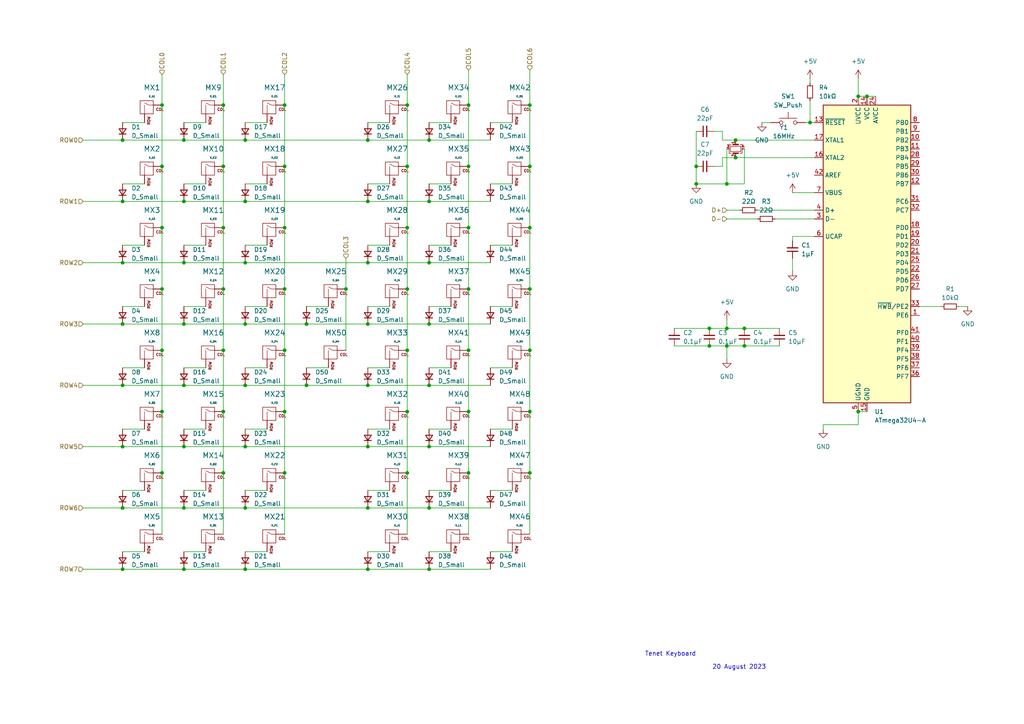
<source format=kicad_sch>
(kicad_sch (version 20230121) (generator eeschema)
  (paper "A4")
  (lib_symbols
    (symbol "Device:C_Small" (pin_numbers hide) (pin_names (offset 0.254) hide)
      (property "Reference" "C" (at 0.254 1.778 0))
      (property "Value" "C_Small" (at 0.254 -2.032 0))
      (symbol "C_Small_0_1"
        (polyline (pts (xy -1.524 -0.508) (xy 1.524 -0.508)) (stroke (width 0.3302)))
        (polyline (pts (xy -1.524 0.508) (xy 1.524 0.508)) (stroke (width 0.3048)))
      )
      (symbol "C_Small_1_1"
        (pin passive line (at 0 2.54 270) (length 2.032) (name "~") (number "1"))
        (pin passive line (at 0 -2.54 90) (length 2.032) (name "~") (number "2"))
      )
    )
    (symbol "Device:Crystal_GND24_Small" (pin_names (offset 1.016) hide)
      (property "Reference" "Y" (at 1.27 4.445 0))
      (property "Value" "Crystal_GND24_Small" (at 1.27 2.54 0))
      (symbol "Crystal_GND24_Small_0_1"
        (rectangle (start -0.762 -1.524) (end 0.762 1.524))
        (polyline (pts (xy -1.27 -0.762) (xy -1.27 0.762)) (stroke (width 0.381)))
        (polyline (pts (xy 1.27 -0.762) (xy 1.27 0.762)) (stroke (width 0.381)))
        (polyline (pts (xy -1.27 -1.27) (xy -1.27 -1.905) (xy 1.27 -1.905) (xy 1.27 -1.27)))
        (polyline (pts (xy -1.27 1.27) (xy -1.27 1.905) (xy 1.27 1.905) (xy 1.27 1.27)))
      )
      (symbol "Crystal_GND24_Small_1_1"
        (pin passive line (at -2.54 0 0) (length 1.27) (name "1") (number "1"))
        (pin passive line (at 0 -2.54 90) (length 0.635) (name "2") (number "2"))
        (pin passive line (at 2.54 0 180) (length 1.27) (name "3") (number "3"))
        (pin passive line (at 0 2.54 270) (length 0.635) (name "4") (number "4"))
      )
    )
    (symbol "Device:D_Small" (pin_numbers hide) (pin_names (offset 0.254) hide)
      (property "Reference" "D" (at -1.27 2.032 0))
      (property "Value" "D_Small" (at -3.81 -2.032 0))
      (symbol "D_Small_0_1"
        (polyline (pts (xy -0.762 -1.016) (xy -0.762 1.016)) (stroke (width 0.254)))
        (polyline (pts (xy -0.762 0) (xy 0.762 0)))
        (polyline (pts (xy 0.762 -1.016) (xy -0.762 0) (xy 0.762 1.016) (xy 0.762 -1.016)) (stroke (width 0.254)))
      )
      (symbol "D_Small_1_1"
        (pin passive line (at -2.54 0 0) (length 1.778) (name "K") (number "1"))
        (pin passive line (at 2.54 0 180) (length 1.778) (name "A") (number "2"))
      )
    )
    (symbol "Device:R_Small" (pin_numbers hide) (pin_names (offset 0.254) hide)
      (property "Reference" "R" (at 0.762 0.508 0))
      (property "Value" "R_Small" (at 0.762 -1.016 0))
      (symbol "R_Small_0_1"
        (rectangle (start -0.762 1.778) (end 0.762 -1.778) (stroke (width 0.2032)))
      )
      (symbol "R_Small_1_1"
        (pin passive line (at 0 2.54 270) (length 0.762) (name "~") (number "1"))
        (pin passive line (at 0 -2.54 90) (length 0.762) (name "~") (number "2"))
      )
    )
    (symbol "MCU_Microchip_ATmega:ATmega32U4-A"
      (property "Reference" "U" (at -12.7 44.45 0))
      (property "Value" "ATmega32U4-A" (at 2.54 -44.45 0))
      (symbol "ATmega32U4-A_0_1"
        (rectangle (start -12.7 -43.18) (end 12.7 43.18) (stroke (width 0.254)) (fill (type background)))
      )
      (symbol "ATmega32U4-A_1_1"
        (pin bidirectional line (at 15.24 -17.78 180) (length 2.54) (name "PE6") (number "1"))
        (pin bidirectional line (at 15.24 33.02 180) (length 2.54) (name "PB2") (number "10"))
        (pin bidirectional line (at 15.24 30.48 180) (length 2.54) (name "PB3") (number "11"))
        (pin bidirectional line (at 15.24 20.32 180) (length 2.54) (name "PB7") (number "12"))
        (pin input line (at -15.24 38.1 0) (length 2.54) (name "~{RESET}") (number "13"))
        (pin power_in line (at 0 45.72 270) (length 2.54) (name "VCC") (number "14"))
        (pin power_in line (at 0 -45.72 90) (length 2.54) (name "GND") (number "15"))
        (pin output line (at -15.24 27.94 0) (length 2.54) (name "XTAL2") (number "16"))
        (pin input line (at -15.24 33.02 0) (length 2.54) (name "XTAL1") (number "17"))
        (pin bidirectional line (at 15.24 7.62 180) (length 2.54) (name "PD0") (number "18"))
        (pin bidirectional line (at 15.24 5.08 180) (length 2.54) (name "PD1") (number "19"))
        (pin power_in line (at -2.54 45.72 270) (length 2.54) (name "UVCC") (number "2"))
        (pin bidirectional line (at 15.24 2.54 180) (length 2.54) (name "PD2") (number "20"))
        (pin bidirectional line (at 15.24 0 180) (length 2.54) (name "PD3") (number "21"))
        (pin bidirectional line (at 15.24 -5.08 180) (length 2.54) (name "PD5") (number "22"))
        (pin passive line (at 0 -45.72 90) (length 2.54) hide (name "GND") (number "23"))
        (pin power_in line (at 2.54 45.72 270) (length 2.54) (name "AVCC") (number "24"))
        (pin bidirectional line (at 15.24 -2.54 180) (length 2.54) (name "PD4") (number "25"))
        (pin bidirectional line (at 15.24 -7.62 180) (length 2.54) (name "PD6") (number "26"))
        (pin bidirectional line (at 15.24 -10.16 180) (length 2.54) (name "PD7") (number "27"))
        (pin bidirectional line (at 15.24 27.94 180) (length 2.54) (name "PB4") (number "28"))
        (pin bidirectional line (at 15.24 25.4 180) (length 2.54) (name "PB5") (number "29"))
        (pin bidirectional line (at -15.24 10.16 0) (length 2.54) (name "D-") (number "3"))
        (pin bidirectional line (at 15.24 22.86 180) (length 2.54) (name "PB6") (number "30"))
        (pin bidirectional line (at 15.24 15.24 180) (length 2.54) (name "PC6") (number "31"))
        (pin bidirectional line (at 15.24 12.7 180) (length 2.54) (name "PC7") (number "32"))
        (pin bidirectional line (at 15.24 -15.24 180) (length 2.54) (name "~{HWB}/PE2") (number "33"))
        (pin passive line (at 0 45.72 270) (length 2.54) hide (name "VCC") (number "34"))
        (pin passive line (at 0 -45.72 90) (length 2.54) hide (name "GND") (number "35"))
        (pin bidirectional line (at 15.24 -35.56 180) (length 2.54) (name "PF7") (number "36"))
        (pin bidirectional line (at 15.24 -33.02 180) (length 2.54) (name "PF6") (number "37"))
        (pin bidirectional line (at 15.24 -30.48 180) (length 2.54) (name "PF5") (number "38"))
        (pin bidirectional line (at 15.24 -27.94 180) (length 2.54) (name "PF4") (number "39"))
        (pin bidirectional line (at -15.24 12.7 0) (length 2.54) (name "D+") (number "4"))
        (pin bidirectional line (at 15.24 -25.4 180) (length 2.54) (name "PF1") (number "40"))
        (pin bidirectional line (at 15.24 -22.86 180) (length 2.54) (name "PF0") (number "41"))
        (pin passive line (at -15.24 22.86 0) (length 2.54) (name "AREF") (number "42"))
        (pin passive line (at 0 -45.72 90) (length 2.54) hide (name "GND") (number "43"))
        (pin passive line (at 2.54 45.72 270) (length 2.54) hide (name "AVCC") (number "44"))
        (pin passive line (at -2.54 -45.72 90) (length 2.54) (name "UGND") (number "5"))
        (pin passive line (at -15.24 5.08 0) (length 2.54) (name "UCAP") (number "6"))
        (pin input line (at -15.24 17.78 0) (length 2.54) (name "VBUS") (number "7"))
        (pin bidirectional line (at 15.24 38.1 180) (length 2.54) (name "PB0") (number "8"))
        (pin bidirectional line (at 15.24 35.56 180) (length 2.54) (name "PB1") (number "9"))
      )
    )
    (symbol "MX_Alps_Hybrid:MX-NoLED" (pin_names (offset 1.016))
      (property "Reference" "MX" (at -0.635 3.81 0))
      (property "Value" "MX-NoLED" (at -0.635 1.27 0))
      (symbol "MX-NoLED_0_0"
        (rectangle (start -2.54 2.54) (end 1.27 -1.27))
        (polyline (pts (xy -1.27 -1.27) (xy -1.27 1.27)) (stroke (width 0.127)))
        (polyline (pts (xy 1.27 1.27) (xy 0 1.27) (xy -1.27 1.905)) (stroke (width 0.127)))
        (text "COL" (at 3.175 0 0) (effects (font (size 0.762 0.762))))
        (text "ROW" (at 0 -1.905 900) (effects (font (size 0.762 0.762)) (justify right)))
      )
      (symbol "MX-NoLED_1_1"
        (pin passive line (at 3.81 1.27 180) (length 2.54) (name "COL") (number "1"))
        (pin passive line (at -1.27 -3.81 90) (length 2.54) (name "ROW") (number "2"))
      )
    )
    (symbol "Switch:SW_Push" (pin_numbers hide) (pin_names (offset 1.016) hide)
      (property "Reference" "SW" (at 1.27 2.54 0))
      (property "Value" "SW_Push" (at 0 -1.524 0))
      (symbol "SW_Push_0_1"
        (circle (center -2.032 0) (radius 0.508))
        (polyline (pts (xy 0 1.27) (xy 0 3.048)))
        (polyline (pts (xy 2.54 1.27) (xy -2.54 1.27)))
        (circle (center 2.032 0) (radius 0.508))
        (pin passive line (at -5.08 0 0) (length 2.54) (name "1") (number "1"))
        (pin passive line (at 5.08 0 180) (length 2.54) (name "2") (number "2"))
      )
    )
    (symbol "power:+5V" (power) (pin_names (offset 0))
      (property "Value" "+5V" (at 0 3.556 0))
      (symbol "+5V_0_1"
        (polyline (pts (xy -0.762 1.27) (xy 0 2.54)))
        (polyline (pts (xy 0 0) (xy 0 2.54)))
        (polyline (pts (xy 0 2.54) (xy 0.762 1.27)))
      )
      (symbol "+5V_1_1"
        (pin power_in line (at 0 0 90) (length 0) hide (name "+5V") (number "1"))
      )
    )
    (symbol "power:GND" (power) (pin_names (offset 0))
      (property "Value" "GND" (at 0 -3.81 0))
      (symbol "GND_0_1"
        (polyline (pts (xy 0 0) (xy 0 -1.27) (xy 1.27 -1.27) (xy 0 -2.54) (xy -1.27 -1.27) (xy 0 -1.27)))
      )
      (symbol "GND_1_1"
        (pin power_in line (at 0 0 270) (length 0) hide (name "GND") (number "1"))
      )
    )
  )
  (junction (at 135.89 119.38))
  (junction (at 106.68 147.32))
  (junction (at 35.56 165.1))
  (junction (at 82.55 48.26))
  (junction (at 35.56 93.98))
  (junction (at 124.46 111.76))
  (junction (at 135.89 137.16))
  (junction (at 215.9 100.33))
  (junction (at 35.56 147.32))
  (junction (at 88.9 111.76))
  (junction (at 153.67 101.6))
  (junction (at 118.11 119.38))
  (junction (at 53.34 40.64))
  (junction (at 135.89 66.04))
  (junction (at 153.67 119.38))
  (junction (at 64.77 48.26))
  (junction (at 118.11 83.82))
  (junction (at 106.68 40.64))
  (junction (at 118.11 30.48))
  (junction (at 106.68 111.76))
  (junction (at 82.55 66.04))
  (junction (at 106.68 76.2))
  (junction (at 248.92 27.94))
  (junction (at 201.93 48.26))
  (junction (at 213.36 45.72))
  (junction (at 64.77 101.6))
  (junction (at 210.82 100.33))
  (junction (at 205.74 100.33))
  (junction (at 234.95 35.56))
  (junction (at 46.99 119.38))
  (junction (at 153.67 83.82))
  (junction (at 35.56 129.54))
  (junction (at 135.89 101.6))
  (junction (at 71.12 58.42))
  (junction (at 210.82 95.25))
  (junction (at 64.77 137.16))
  (junction (at 71.12 129.54))
  (junction (at 46.99 101.6))
  (junction (at 71.12 93.98))
  (junction (at 71.12 165.1))
  (junction (at 210.82 53.34))
  (junction (at 82.55 30.48))
  (junction (at 124.46 40.64))
  (junction (at 82.55 83.82))
  (junction (at 64.77 119.38))
  (junction (at 35.56 111.76))
  (junction (at 118.11 137.16))
  (junction (at 53.34 58.42))
  (junction (at 153.67 66.04))
  (junction (at 46.99 48.26))
  (junction (at 124.46 129.54))
  (junction (at 82.55 119.38))
  (junction (at 35.56 40.64))
  (junction (at 118.11 101.6))
  (junction (at 248.92 119.38))
  (junction (at 215.9 95.25))
  (junction (at 46.99 137.16))
  (junction (at 71.12 147.32))
  (junction (at 135.89 48.26))
  (junction (at 106.68 58.42))
  (junction (at 106.68 129.54))
  (junction (at 35.56 58.42))
  (junction (at 153.67 48.26))
  (junction (at 251.46 27.94))
  (junction (at 124.46 165.1))
  (junction (at 88.9 93.98))
  (junction (at 213.36 40.64))
  (junction (at 53.34 129.54))
  (junction (at 106.68 93.98))
  (junction (at 53.34 76.2))
  (junction (at 124.46 147.32))
  (junction (at 82.55 101.6))
  (junction (at 53.34 93.98))
  (junction (at 205.74 95.25))
  (junction (at 118.11 48.26))
  (junction (at 64.77 83.82))
  (junction (at 106.68 165.1))
  (junction (at 71.12 111.76))
  (junction (at 71.12 40.64))
  (junction (at 71.12 76.2))
  (junction (at 53.34 165.1))
  (junction (at 53.34 147.32))
  (junction (at 124.46 76.2))
  (junction (at 153.67 30.48))
  (junction (at 153.67 137.16))
  (junction (at 201.93 53.34))
  (junction (at 46.99 83.82))
  (junction (at 118.11 66.04))
  (junction (at 46.99 66.04))
  (junction (at 135.89 83.82))
  (junction (at 53.34 111.76))
  (junction (at 82.55 137.16))
  (junction (at 46.99 30.48))
  (junction (at 124.46 93.98))
  (junction (at 35.56 76.2))
  (junction (at 64.77 66.04))
  (junction (at 64.77 30.48))
  (junction (at 100.33 83.82))
  (junction (at 135.89 30.48))
  (junction (at 124.46 58.42))
  (wire (pts (xy 229.87 55.88) (xy 236.22 55.88)))
  (wire (pts (xy 209.55 40.64) (xy 209.55 38.1)))
  (wire (pts (xy 124.46 142.24) (xy 130.81 142.24)))
  (wire (pts (xy 234.95 22.86) (xy 234.95 24.13)))
  (wire (pts (xy 118.11 48.26) (xy 118.11 66.04)))
  (wire (pts (xy 53.34 58.42) (xy 71.12 58.42)))
  (wire (pts (xy 124.46 35.56) (xy 130.81 35.56)))
  (wire (pts (xy 24.13 76.2) (xy 35.56 76.2)))
  (wire (pts (xy 53.34 124.46) (xy 59.69 124.46)))
  (wire (pts (xy 88.9 93.98) (xy 106.68 93.98)))
  (wire (pts (xy 106.68 88.9) (xy 113.03 88.9)))
  (wire (pts (xy 224.79 63.5) (xy 236.22 63.5)))
  (wire (pts (xy 71.12 111.76) (xy 88.9 111.76)))
  (wire (pts (xy 71.12 40.64) (xy 106.68 40.64)))
  (wire (pts (xy 64.77 83.82) (xy 64.77 101.6)))
  (wire (pts (xy 64.77 137.16) (xy 64.77 154.94)))
  (wire (pts (xy 100.33 74.93) (xy 100.33 83.82)))
  (wire (pts (xy 35.56 160.02) (xy 41.91 160.02)))
  (wire (pts (xy 88.9 88.9) (xy 95.25 88.9)))
  (wire (pts (xy 100.33 83.82) (xy 100.33 101.6)))
  (wire (pts (xy 106.68 106.68) (xy 113.03 106.68)))
  (wire (pts (xy 24.13 93.98) (xy 35.56 93.98)))
  (wire (pts (xy 82.55 119.38) (xy 82.55 137.16)))
  (wire (pts (xy 215.9 100.33) (xy 226.06 100.33)))
  (wire (pts (xy 142.24 35.56) (xy 148.59 35.56)))
  (wire (pts (xy 234.95 35.56) (xy 236.22 35.56)))
  (wire (pts (xy 118.11 21.59) (xy 118.11 30.48)))
  (wire (pts (xy 64.77 48.26) (xy 64.77 66.04)))
  (wire (pts (xy 213.36 45.72) (xy 209.55 45.72)))
  (wire (pts (xy 53.34 142.24) (xy 59.69 142.24)))
  (wire (pts (xy 106.68 40.64) (xy 124.46 40.64)))
  (wire (pts (xy 207.01 48.26) (xy 209.55 48.26)))
  (wire (pts (xy 118.11 30.48) (xy 118.11 48.26)))
  (wire (pts (xy 153.67 66.04) (xy 153.67 83.82)))
  (wire (pts (xy 153.67 137.16) (xy 153.67 154.94)))
  (wire (pts (xy 106.68 53.34) (xy 113.03 53.34)))
  (wire (pts (xy 124.46 111.76) (xy 142.24 111.76)))
  (wire (pts (xy 71.12 142.24) (xy 77.47 142.24)))
  (wire (pts (xy 195.58 95.25) (xy 205.74 95.25)))
  (wire (pts (xy 82.55 66.04) (xy 82.55 83.82)))
  (wire (pts (xy 213.36 40.64) (xy 209.55 40.64)))
  (wire (pts (xy 124.46 58.42) (xy 142.24 58.42)))
  (wire (pts (xy 215.9 43.18) (xy 215.9 53.34)))
  (wire (pts (xy 46.99 21.59) (xy 46.99 30.48)))
  (wire (pts (xy 35.56 35.56) (xy 41.91 35.56)))
  (wire (pts (xy 124.46 165.1) (xy 142.24 165.1)))
  (wire (pts (xy 35.56 40.64) (xy 53.34 40.64)))
  (wire (pts (xy 82.55 83.82) (xy 82.55 101.6)))
  (wire (pts (xy 124.46 106.68) (xy 130.81 106.68)))
  (wire (pts (xy 35.56 58.42) (xy 53.34 58.42)))
  (wire (pts (xy 35.56 71.12) (xy 41.91 71.12)))
  (wire (pts (xy 53.34 40.64) (xy 71.12 40.64)))
  (wire (pts (xy 106.68 35.56) (xy 113.03 35.56)))
  (wire (pts (xy 210.82 100.33) (xy 210.82 104.14)))
  (wire (pts (xy 106.68 124.46) (xy 113.03 124.46)))
  (wire (pts (xy 229.87 69.85) (xy 229.87 68.58)))
  (wire (pts (xy 142.24 88.9) (xy 148.59 88.9)))
  (wire (pts (xy 24.13 147.32) (xy 35.56 147.32)))
  (wire (pts (xy 82.55 154.94) (xy 82.55 137.16)))
  (wire (pts (xy 46.99 119.38) (xy 46.99 137.16)))
  (wire (pts (xy 71.12 71.12) (xy 77.47 71.12)))
  (wire (pts (xy 106.68 142.24) (xy 113.03 142.24)))
  (wire (pts (xy 35.56 106.68) (xy 41.91 106.68)))
  (wire (pts (xy 53.34 53.34) (xy 59.69 53.34)))
  (wire (pts (xy 219.71 60.96) (xy 236.22 60.96)))
  (wire (pts (xy 233.68 35.56) (xy 234.95 35.56)))
  (wire (pts (xy 64.77 119.38) (xy 64.77 137.16)))
  (wire (pts (xy 153.67 20.32) (xy 153.67 30.48)))
  (wire (pts (xy 195.58 100.33) (xy 205.74 100.33)))
  (wire (pts (xy 135.89 20.32) (xy 135.89 30.48)))
  (wire (pts (xy 248.92 123.19) (xy 248.92 119.38)))
  (wire (pts (xy 71.12 106.68) (xy 77.47 106.68)))
  (wire (pts (xy 142.24 71.12) (xy 148.59 71.12)))
  (wire (pts (xy 53.34 71.12) (xy 59.69 71.12)))
  (wire (pts (xy 106.68 129.54) (xy 124.46 129.54)))
  (wire (pts (xy 153.67 83.82) (xy 153.67 101.6)))
  (wire (pts (xy 106.68 147.32) (xy 124.46 147.32)))
  (wire (pts (xy 210.82 95.25) (xy 215.9 95.25)))
  (wire (pts (xy 71.12 53.34) (xy 77.47 53.34)))
  (wire (pts (xy 53.34 93.98) (xy 71.12 93.98)))
  (wire (pts (xy 106.68 76.2) (xy 124.46 76.2)))
  (wire (pts (xy 64.77 21.59) (xy 64.77 30.48)))
  (wire (pts (xy 248.92 27.94) (xy 251.46 27.94)))
  (wire (pts (xy 106.68 165.1) (xy 124.46 165.1)))
  (wire (pts (xy 106.68 93.98) (xy 124.46 93.98)))
  (wire (pts (xy 46.99 83.82) (xy 46.99 101.6)))
  (wire (pts (xy 153.67 48.26) (xy 153.67 66.04)))
  (wire (pts (xy 71.12 93.98) (xy 88.9 93.98)))
  (wire (pts (xy 46.99 137.16) (xy 46.99 154.94)))
  (wire (pts (xy 64.77 101.6) (xy 64.77 119.38)))
  (wire (pts (xy 266.7 88.9) (xy 273.05 88.9)))
  (wire (pts (xy 53.34 106.68) (xy 59.69 106.68)))
  (wire (pts (xy 278.13 88.9) (xy 280.67 88.9)))
  (wire (pts (xy 35.56 53.34) (xy 41.91 53.34)))
  (wire (pts (xy 118.11 119.38) (xy 118.11 137.16)))
  (wire (pts (xy 24.13 58.42) (xy 35.56 58.42)))
  (wire (pts (xy 229.87 74.93) (xy 229.87 78.74)))
  (wire (pts (xy 24.13 129.54) (xy 35.56 129.54)))
  (wire (pts (xy 53.34 111.76) (xy 71.12 111.76)))
  (wire (pts (xy 88.9 106.68) (xy 95.25 106.68)))
  (wire (pts (xy 64.77 30.48) (xy 64.77 48.26)))
  (wire (pts (xy 82.55 30.48) (xy 82.55 48.26)))
  (wire (pts (xy 135.89 66.04) (xy 135.89 83.82)))
  (wire (pts (xy 135.89 137.16) (xy 135.89 154.94)))
  (wire (pts (xy 210.82 63.5) (xy 219.71 63.5)))
  (wire (pts (xy 118.11 66.04) (xy 118.11 83.82)))
  (wire (pts (xy 142.24 142.24) (xy 148.59 142.24)))
  (wire (pts (xy 201.93 48.26) (xy 201.93 53.34)))
  (wire (pts (xy 142.24 160.02) (xy 148.59 160.02)))
  (wire (pts (xy 153.67 119.38) (xy 153.67 137.16)))
  (wire (pts (xy 24.13 40.64) (xy 35.56 40.64)))
  (wire (pts (xy 106.68 111.76) (xy 124.46 111.76)))
  (wire (pts (xy 210.82 60.96) (xy 214.63 60.96)))
  (wire (pts (xy 135.89 48.26) (xy 135.89 66.04)))
  (wire (pts (xy 35.56 76.2) (xy 53.34 76.2)))
  (wire (pts (xy 213.36 40.64) (xy 236.22 40.64)))
  (wire (pts (xy 213.36 45.72) (xy 236.22 45.72)))
  (wire (pts (xy 210.82 100.33) (xy 215.9 100.33)))
  (wire (pts (xy 229.87 68.58) (xy 236.22 68.58)))
  (wire (pts (xy 205.74 100.33) (xy 210.82 100.33)))
  (wire (pts (xy 124.46 76.2) (xy 142.24 76.2)))
  (wire (pts (xy 53.34 147.32) (xy 71.12 147.32)))
  (wire (pts (xy 234.95 29.21) (xy 234.95 35.56)))
  (wire (pts (xy 35.56 165.1) (xy 53.34 165.1)))
  (wire (pts (xy 53.34 35.56) (xy 59.69 35.56)))
  (wire (pts (xy 64.77 66.04) (xy 64.77 83.82)))
  (wire (pts (xy 35.56 142.24) (xy 41.91 142.24)))
  (wire (pts (xy 210.82 92.71) (xy 210.82 95.25)))
  (wire (pts (xy 124.46 160.02) (xy 130.81 160.02)))
  (wire (pts (xy 201.93 53.34) (xy 210.82 53.34)))
  (wire (pts (xy 124.46 124.46) (xy 130.81 124.46)))
  (wire (pts (xy 71.12 76.2) (xy 106.68 76.2)))
  (wire (pts (xy 135.89 30.48) (xy 135.89 48.26)))
  (wire (pts (xy 124.46 93.98) (xy 142.24 93.98)))
  (wire (pts (xy 71.12 88.9) (xy 77.47 88.9)))
  (wire (pts (xy 71.12 129.54) (xy 106.68 129.54)))
  (wire (pts (xy 53.34 88.9) (xy 59.69 88.9)))
  (wire (pts (xy 35.56 111.76) (xy 53.34 111.76)))
  (wire (pts (xy 53.34 160.02) (xy 59.69 160.02)))
  (wire (pts (xy 124.46 53.34) (xy 130.81 53.34)))
  (wire (pts (xy 124.46 88.9) (xy 130.81 88.9)))
  (wire (pts (xy 201.93 38.1) (xy 201.93 48.26)))
  (wire (pts (xy 53.34 165.1) (xy 71.12 165.1)))
  (wire (pts (xy 135.89 83.82) (xy 135.89 101.6)))
  (wire (pts (xy 24.13 111.76) (xy 35.56 111.76)))
  (wire (pts (xy 46.99 30.48) (xy 46.99 48.26)))
  (wire (pts (xy 251.46 27.94) (xy 254 27.94)))
  (wire (pts (xy 124.46 129.54) (xy 142.24 129.54)))
  (wire (pts (xy 124.46 40.64) (xy 142.24 40.64)))
  (wire (pts (xy 220.98 35.56) (xy 223.52 35.56)))
  (wire (pts (xy 46.99 66.04) (xy 46.99 83.82)))
  (wire (pts (xy 71.12 58.42) (xy 106.68 58.42)))
  (wire (pts (xy 53.34 129.54) (xy 71.12 129.54)))
  (wire (pts (xy 142.24 106.68) (xy 148.59 106.68)))
  (wire (pts (xy 82.55 48.26) (xy 82.55 66.04)))
  (wire (pts (xy 135.89 119.38) (xy 135.89 137.16)))
  (wire (pts (xy 248.92 119.38) (xy 251.46 119.38)))
  (wire (pts (xy 35.56 88.9) (xy 41.91 88.9)))
  (wire (pts (xy 46.99 101.6) (xy 46.99 119.38)))
  (wire (pts (xy 71.12 124.46) (xy 77.47 124.46)))
  (wire (pts (xy 124.46 71.12) (xy 130.81 71.12)))
  (wire (pts (xy 238.76 123.19) (xy 248.92 123.19)))
  (wire (pts (xy 106.68 71.12) (xy 113.03 71.12)))
  (wire (pts (xy 135.89 101.6) (xy 135.89 119.38)))
  (wire (pts (xy 106.68 160.02) (xy 113.03 160.02)))
  (wire (pts (xy 35.56 147.32) (xy 53.34 147.32)))
  (wire (pts (xy 71.12 147.32) (xy 106.68 147.32)))
  (wire (pts (xy 118.11 83.82) (xy 118.11 101.6)))
  (wire (pts (xy 124.46 147.32) (xy 142.24 147.32)))
  (wire (pts (xy 118.11 101.6) (xy 118.11 119.38)))
  (wire (pts (xy 35.56 129.54) (xy 53.34 129.54)))
  (wire (pts (xy 209.55 45.72) (xy 209.55 48.26)))
  (wire (pts (xy 248.92 22.86) (xy 248.92 27.94)))
  (wire (pts (xy 24.13 165.1) (xy 35.56 165.1)))
  (wire (pts (xy 205.74 95.25) (xy 210.82 95.25)))
  (wire (pts (xy 106.68 58.42) (xy 124.46 58.42)))
  (wire (pts (xy 238.76 123.19) (xy 238.76 124.46)))
  (wire (pts (xy 88.9 111.76) (xy 106.68 111.76)))
  (wire (pts (xy 153.67 30.48) (xy 153.67 48.26)))
  (wire (pts (xy 82.55 21.59) (xy 82.55 30.48)))
  (wire (pts (xy 207.01 38.1) (xy 209.55 38.1)))
  (wire (pts (xy 82.55 101.6) (xy 82.55 119.38)))
  (wire (pts (xy 153.67 101.6) (xy 153.67 119.38)))
  (wire (pts (xy 142.24 124.46) (xy 148.59 124.46)))
  (wire (pts (xy 215.9 95.25) (xy 226.06 95.25)))
  (wire (pts (xy 210.82 43.18) (xy 210.82 53.34)))
  (wire (pts (xy 35.56 93.98) (xy 53.34 93.98)))
  (wire (pts (xy 142.24 53.34) (xy 148.59 53.34)))
  (wire (pts (xy 46.99 48.26) (xy 46.99 66.04)))
  (wire (pts (xy 118.11 137.16) (xy 118.11 154.94)))
  (wire (pts (xy 71.12 35.56) (xy 77.47 35.56)))
  (wire (pts (xy 53.34 76.2) (xy 71.12 76.2)))
  (wire (pts (xy 35.56 124.46) (xy 41.91 124.46)))
  (wire (pts (xy 71.12 165.1) (xy 106.68 165.1)))
  (wire (pts (xy 210.82 53.34) (xy 215.9 53.34)))
  (wire (pts (xy 71.12 160.02) (xy 77.47 160.02)))
  (text "20 August 2023" (at 222.25 194.31 0) (effects (font (size 1.27 1.27)) (justify right bottom)))
  (text "Tenet Keyboard" (at 201.93 190.5 0) (effects (font (size 1.27 1.27)) (justify right bottom)))
  (hierarchical_label "COL3" (shape input) (at 100.33 74.93 90))
  (hierarchical_label "ROW4" (shape input) (at 24.13 111.76 180))
  (hierarchical_label "COL1" (shape input) (at 64.77 21.59 90))
  (hierarchical_label "D+" (shape input) (at 210.82 60.96 180))
  (hierarchical_label "ROW2" (shape input) (at 24.13 76.2 180))
  (hierarchical_label "COL6" (shape input) (at 153.67 20.32 90))
  (hierarchical_label "COL5" (shape input) (at 135.89 20.32 90))
  (hierarchical_label "ROW0" (shape input) (at 24.13 40.64 180))
  (hierarchical_label "ROW7" (shape input) (at 24.13 165.1 180))
  (hierarchical_label "ROW6" (shape input) (at 24.13 147.32 180))
  (hierarchical_label "COL2" (shape input) (at 82.55 21.59 90))
  (hierarchical_label "ROW5" (shape input) (at 24.13 129.54 180))
  (hierarchical_label "COL0" (shape input) (at 46.99 21.59 90))
  (hierarchical_label "ROW3" (shape input) (at 24.13 93.98 180))
  (hierarchical_label "ROW1" (shape input) (at 24.13 58.42 180))
  (hierarchical_label "D-" (shape input) (at 210.82 63.5 180))
  (hierarchical_label "COL4" (shape input) (at 118.11 21.59 90))
  (symbol (lib_id "MX_Alps_Hybrid:MX-NoLED") (at 132.08 67.31 0) (unit 1)
    (property "Reference" "MX36" (at 132.9752 60.96 0) (effects (font (size 1.524 1.524))))
    (property "Value" "K_K3" (at 132.9752 63.5 0) (effects (font (size 0.508 0.508))))
  )
  (symbol (lib_id "Device:Crystal_GND24_Small") (at 213.36 43.18 270) (unit 1)
    (property "Reference" "Y1" (at 227.33 36.9503 90))
    (property "Value" "16MHz" (at 227.33 39.4903 90))
  )
  (symbol (lib_id "Device:D_Small") (at 124.46 55.88 90) (unit 1)
    (property "Reference" "D35" (at 127 54.61 90) (effects (justify right)))
    (property "Value" "D_Small" (at 127 57.15 90) (effects (justify right)))
    (property "Sim.Device" "D" (effects hide))
    (property "Sim.Pins" "1=K 2=A" (effects hide))
  )
  (symbol (lib_id "MX_Alps_Hybrid:MX-NoLED") (at 43.18 156.21 0) (unit 1)
    (property "Reference" "MX5" (at 44.0752 149.86 0) (effects (font (size 1.524 1.524))))
    (property "Value" "K_B1" (at 44.0752 152.4 0) (effects (font (size 0.508 0.508))))
  )
  (symbol (lib_id "Device:D_Small") (at 124.46 109.22 90) (unit 1)
    (property "Reference" "D41" (at 127 107.95 90) (effects (justify right)))
    (property "Value" "D_Small" (at 127 110.49 90) (effects (justify right)))
    (property "Sim.Device" "D" (effects hide))
    (property "Sim.Pins" "1=K 2=A" (effects hide))
  )
  (symbol (lib_id "power:+5V") (at 210.82 92.71 0) (unit 1)
    (property "Reference" "#PWR05" (effects hide))
    (property "Value" "+5V" (at 210.82 87.63 0))
  )
  (symbol (lib_id "MX_Alps_Hybrid:MX-NoLED") (at 43.18 138.43 0) (unit 1)
    (property "Reference" "MX6" (at 44.0752 132.08 0) (effects (font (size 1.524 1.524))))
    (property "Value" "K_B2" (at 44.0752 134.62 0) (effects (font (size 0.508 0.508))))
  )
  (symbol (lib_id "power:GND") (at 229.87 78.74 0) (unit 1)
    (property "Reference" "#PWR04" (effects hide))
    (property "Value" "GND" (at 229.87 83.82 0))
  )
  (symbol (lib_id "Device:D_Small") (at 35.56 144.78 90) (unit 1)
    (property "Reference" "D6" (at 38.1 143.51 90) (effects (justify right)))
    (property "Value" "D_Small" (at 38.1 146.05 90) (effects (justify right)))
    (property "Sim.Device" "D" (effects hide))
    (property "Sim.Pins" "1=K 2=A" (effects hide))
  )
  (symbol (lib_id "Device:C_Small") (at 204.47 38.1 90) (unit 1)
    (property "Reference" "C6" (at 204.4763 31.75 90))
    (property "Value" "22pF" (at 204.4763 34.29 90))
  )
  (symbol (lib_id "Device:D_Small") (at 106.68 91.44 90) (unit 1)
    (property "Reference" "D29" (at 109.22 90.17 90) (effects (justify right)))
    (property "Value" "D_Small" (at 109.22 92.71 90) (effects (justify right)))
    (property "Sim.Device" "D" (effects hide))
    (property "Sim.Pins" "1=K 2=A" (effects hide))
  )
  (symbol (lib_id "MX_Alps_Hybrid:MX-NoLED") (at 60.96 31.75 0) (unit 1)
    (property "Reference" "MX9" (at 61.8552 25.4 0) (effects (font (size 1.524 1.524))))
    (property "Value" "K_C1" (at 61.8552 27.94 0) (effects (font (size 0.508 0.508))))
  )
  (symbol (lib_id "MX_Alps_Hybrid:MX-NoLED") (at 78.74 85.09 0) (unit 1)
    (property "Reference" "MX20" (at 79.6352 78.74 0) (effects (font (size 1.524 1.524))))
    (property "Value" "K_E4" (at 79.6352 81.28 0) (effects (font (size 0.508 0.508))))
  )
  (symbol (lib_id "MX_Alps_Hybrid:MX-NoLED") (at 149.86 156.21 0) (unit 1)
    (property "Reference" "MX46" (at 150.7552 149.86 0) (effects (font (size 1.524 1.524))))
    (property "Value" "K_N1" (at 150.7552 152.4 0) (effects (font (size 0.508 0.508))))
  )
  (symbol (lib_id "MX_Alps_Hybrid:MX-NoLED") (at 78.74 102.87 0) (unit 1)
    (property "Reference" "MX24" (at 79.6352 96.52 0) (effects (font (size 1.524 1.524))))
    (property "Value" "K_F4" (at 79.6352 99.06 0) (effects (font (size 0.508 0.508))))
  )
  (symbol (lib_id "Device:D_Small") (at 53.34 144.78 90) (unit 1)
    (property "Reference" "D14" (at 55.88 143.51 90) (effects (justify right)))
    (property "Value" "D_Small" (at 55.88 146.05 90) (effects (justify right)))
    (property "Sim.Device" "D" (effects hide))
    (property "Sim.Pins" "1=K 2=A" (effects hide))
  )
  (symbol (lib_id "MX_Alps_Hybrid:MX-NoLED") (at 78.74 156.21 0) (unit 1)
    (property "Reference" "MX21" (at 79.6352 149.86 0) (effects (font (size 1.524 1.524))))
    (property "Value" "K_F1" (at 79.6352 152.4 0) (effects (font (size 0.508 0.508))))
  )
  (symbol (lib_id "MX_Alps_Hybrid:MX-NoLED") (at 114.3 138.43 0) (unit 1)
    (property "Reference" "MX31" (at 115.1952 132.08 0) (effects (font (size 1.524 1.524))))
    (property "Value" "K_J2" (at 115.1952 134.62 0) (effects (font (size 0.508 0.508))))
  )
  (symbol (lib_id "Device:D_Small") (at 53.34 109.22 90) (unit 1)
    (property "Reference" "D16" (at 55.88 107.95 90) (effects (justify right)))
    (property "Value" "D_Small" (at 55.88 110.49 90) (effects (justify right)))
    (property "Sim.Device" "D" (effects hide))
    (property "Sim.Pins" "1=K 2=A" (effects hide))
  )
  (symbol (lib_id "MX_Alps_Hybrid:MX-NoLED") (at 114.3 49.53 0) (unit 1)
    (property "Reference" "MX27" (at 115.1952 43.18 0) (effects (font (size 1.524 1.524))))
    (property "Value" "K_I2" (at 115.1952 45.72 0) (effects (font (size 0.508 0.508))))
  )
  (symbol (lib_id "MX_Alps_Hybrid:MX-NoLED") (at 132.08 49.53 0) (unit 1)
    (property "Reference" "MX35" (at 132.9752 43.18 0) (effects (font (size 1.524 1.524))))
    (property "Value" "K_K2" (at 132.9752 45.72 0) (effects (font (size 0.508 0.508))))
  )
  (symbol (lib_id "Device:D_Small") (at 71.12 162.56 90) (unit 1)
    (property "Reference" "D21" (at 73.66 161.29 90) (effects (justify right)))
    (property "Value" "D_Small" (at 73.66 163.83 90) (effects (justify right)))
    (property "Sim.Device" "D" (effects hide))
    (property "Sim.Pins" "1=K 2=A" (effects hide))
  )
  (symbol (lib_id "Device:D_Small") (at 142.24 127 90) (unit 1)
    (property "Reference" "D48" (at 144.78 125.73 90) (effects (justify right)))
    (property "Value" "D_Small" (at 144.78 128.27 90) (effects (justify right)))
    (property "Sim.Device" "D" (effects hide))
    (property "Sim.Pins" "1=K 2=A" (effects hide))
  )
  (symbol (lib_id "MX_Alps_Hybrid:MX-NoLED") (at 149.86 49.53 0) (unit 1)
    (property "Reference" "MX43" (at 150.7552 43.18 0) (effects (font (size 1.524 1.524))))
    (property "Value" "K_M2" (at 150.7552 45.72 0) (effects (font (size 0.508 0.508))))
  )
  (symbol (lib_id "MX_Alps_Hybrid:MX-NoLED") (at 78.74 138.43 0) (unit 1)
    (property "Reference" "MX22" (at 79.6352 132.08 0) (effects (font (size 1.524 1.524))))
    (property "Value" "K_F2" (at 79.6352 134.62 0) (effects (font (size 0.508 0.508))))
  )
  (symbol (lib_id "Device:D_Small") (at 106.68 162.56 90) (unit 1)
    (property "Reference" "D30" (at 109.22 161.29 90) (effects (justify right)))
    (property "Value" "D_Small" (at 109.22 163.83 90) (effects (justify right)))
    (property "Sim.Device" "D" (effects hide))
    (property "Sim.Pins" "1=K 2=A" (effects hide))
  )
  (symbol (lib_id "Device:R_Small") (at 275.59 88.9 90) (unit 1)
    (property "Reference" "R1" (at 275.59 83.82 90))
    (property "Value" "10kΩ" (at 275.59 86.36 90))
  )
  (symbol (lib_id "Device:D_Small") (at 71.12 109.22 90) (unit 1)
    (property "Reference" "D24" (at 73.66 107.95 90) (effects (justify right)))
    (property "Value" "D_Small" (at 73.66 110.49 90) (effects (justify right)))
    (property "Sim.Device" "D" (effects hide))
    (property "Sim.Pins" "1=K 2=A" (effects hide))
  )
  (symbol (lib_id "MX_Alps_Hybrid:MX-NoLED") (at 60.96 102.87 0) (unit 1)
    (property "Reference" "MX16" (at 61.8552 96.52 0) (effects (font (size 1.524 1.524))))
    (property "Value" "K_D4" (at 61.8552 99.06 0) (effects (font (size 0.508 0.508))))
  )
  (symbol (lib_id "Device:D_Small") (at 106.68 73.66 90) (unit 1)
    (property "Reference" "D28" (at 109.22 72.39 90) (effects (justify right)))
    (property "Value" "D_Small" (at 109.22 74.93 90) (effects (justify right)))
    (property "Sim.Device" "D" (effects hide))
    (property "Sim.Pins" "1=K 2=A" (effects hide))
  )
  (symbol (lib_id "MX_Alps_Hybrid:MX-NoLED") (at 78.74 31.75 0) (unit 1)
    (property "Reference" "MX17" (at 79.6352 25.4 0) (effects (font (size 1.524 1.524))))
    (property "Value" "K_E1" (at 79.6352 27.94 0) (effects (font (size 0.508 0.508))))
  )
  (symbol (lib_id "power:GND") (at 220.98 35.56 0) (unit 1)
    (property "Reference" "#PWR09" (effects hide))
    (property "Value" "GND" (at 220.98 40.64 0))
  )
  (symbol (lib_id "MX_Alps_Hybrid:MX-NoLED") (at 60.96 85.09 0) (unit 1)
    (property "Reference" "MX12" (at 61.8552 78.74 0) (effects (font (size 1.524 1.524))))
    (property "Value" "K_C4" (at 61.8552 81.28 0) (effects (font (size 0.508 0.508))))
  )
  (symbol (lib_id "MX_Alps_Hybrid:MX-NoLED") (at 132.08 156.21 0) (unit 1)
    (property "Reference" "MX38" (at 132.9752 149.86 0) (effects (font (size 1.524 1.524))))
    (property "Value" "K_L1" (at 132.9752 152.4 0) (effects (font (size 0.508 0.508))))
  )
  (symbol (lib_id "Device:D_Small") (at 53.34 162.56 90) (unit 1)
    (property "Reference" "D13" (at 55.88 161.29 90) (effects (justify right)))
    (property "Value" "D_Small" (at 55.88 163.83 90) (effects (justify right)))
    (property "Sim.Device" "D" (effects hide))
    (property "Sim.Pins" "1=K 2=A" (effects hide))
  )
  (symbol (lib_id "Device:D_Small") (at 106.68 109.22 90) (unit 1)
    (property "Reference" "D33" (at 109.22 107.95 90) (effects (justify right)))
    (property "Value" "D_Small" (at 109.22 110.49 90) (effects (justify right)))
    (property "Sim.Device" "D" (effects hide))
    (property "Sim.Pins" "1=K 2=A" (effects hide))
  )
  (symbol (lib_id "Device:C_Small") (at 195.58 97.79 180) (unit 1)
    (property "Reference" "C2" (at 198.12 96.5136 0) (effects (justify right)))
    (property "Value" "0.1µF" (at 198.12 99.0536 0) (effects (justify right)))
  )
  (symbol (lib_id "power:+5V") (at 229.87 55.88 0) (unit 1)
    (property "Reference" "#PWR07" (effects hide))
    (property "Value" "+5V" (at 229.87 50.8 0))
  )
  (symbol (lib_id "MX_Alps_Hybrid:MX-NoLED") (at 78.74 49.53 0) (unit 1)
    (property "Reference" "MX18" (at 79.6352 43.18 0) (effects (font (size 1.524 1.524))))
    (property "Value" "K_E2" (at 79.6352 45.72 0) (effects (font (size 0.508 0.508))))
  )
  (symbol (lib_id "Device:C_Small") (at 229.87 72.39 180) (unit 1)
    (property "Reference" "C1" (at 232.41 71.1136 0) (effects (justify right)))
    (property "Value" "1µF" (at 232.41 73.6536 0) (effects (justify right)))
  )
  (symbol (lib_id "MX_Alps_Hybrid:MX-NoLED") (at 149.86 85.09 0) (unit 1)
    (property "Reference" "MX45" (at 150.7552 78.74 0) (effects (font (size 1.524 1.524))))
    (property "Value" "K_M4" (at 150.7552 81.28 0) (effects (font (size 0.508 0.508))))
  )
  (symbol (lib_id "Device:D_Small") (at 124.46 127 90) (unit 1)
    (property "Reference" "D40" (at 127 125.73 90) (effects (justify right)))
    (property "Value" "D_Small" (at 127 128.27 90) (effects (justify right)))
    (property "Sim.Device" "D" (effects hide))
    (property "Sim.Pins" "1=K 2=A" (effects hide))
  )
  (symbol (lib_id "MX_Alps_Hybrid:MX-NoLED") (at 149.86 120.65 0) (unit 1)
    (property "Reference" "MX48" (at 150.7552 114.3 0) (effects (font (size 1.524 1.524))))
    (property "Value" "K_N3" (at 150.7552 116.84 0) (effects (font (size 0.508 0.508))))
  )
  (symbol (lib_id "MX_Alps_Hybrid:MX-NoLED") (at 132.08 102.87 0) (unit 1)
    (property "Reference" "MX41" (at 132.9752 96.52 0) (effects (font (size 1.524 1.524))))
    (property "Value" "K_L4" (at 132.9752 99.06 0) (effects (font (size 0.508 0.508))))
  )
  (symbol (lib_id "Switch:SW_Push") (at 228.6 35.56 0) (unit 1)
    (property "Reference" "SW1" (at 228.6 27.94 0))
    (property "Value" "SW_Push" (at 228.6 30.48 0))
  )
  (symbol (lib_id "Device:R_Small") (at 234.95 26.67 0) (unit 1)
    (property "Reference" "R4" (at 237.49 25.4 0) (effects (justify left)))
    (property "Value" "10kΩ" (at 237.49 27.94 0) (effects (justify left)))
  )
  (symbol (lib_id "Device:D_Small") (at 106.68 127 90) (unit 1)
    (property "Reference" "D32" (at 109.22 125.73 90) (effects (justify right)))
    (property "Value" "D_Small" (at 109.22 128.27 90) (effects (justify right)))
    (property "Sim.Device" "D" (effects hide))
    (property "Sim.Pins" "1=K 2=A" (effects hide))
  )
  (symbol (lib_id "Device:C_Small") (at 226.06 97.79 180) (unit 1)
    (property "Reference" "C5" (at 228.6 96.5136 0) (effects (justify right)))
    (property "Value" "10µF" (at 228.6 99.0536 0) (effects (justify right)))
  )
  (symbol (lib_id "Device:D_Small") (at 142.24 144.78 90) (unit 1)
    (property "Reference" "D47" (at 144.78 143.51 90) (effects (justify right)))
    (property "Value" "D_Small" (at 144.78 146.05 90) (effects (justify right)))
    (property "Sim.Device" "D" (effects hide))
    (property "Sim.Pins" "1=K 2=A" (effects hide))
  )
  (symbol (lib_id "Device:D_Small") (at 35.56 127 90) (unit 1)
    (property "Reference" "D7" (at 38.1 125.73 90) (effects (justify right)))
    (property "Value" "D_Small" (at 38.1 128.27 90) (effects (justify right)))
    (property "Sim.Device" "D" (effects hide))
    (property "Sim.Pins" "1=K 2=A" (effects hide))
  )
  (symbol (lib_id "Device:D_Small") (at 106.68 38.1 90) (unit 1)
    (property "Reference" "D26" (at 109.22 36.83 90) (effects (justify right)))
    (property "Value" "D_Small" (at 109.22 39.37 90) (effects (justify right)))
    (property "Sim.Device" "D" (effects hide))
    (property "Sim.Pins" "1=K 2=A" (effects hide))
  )
  (symbol (lib_id "MX_Alps_Hybrid:MX-NoLED") (at 96.52 85.09 0) (unit 1)
    (property "Reference" "MX25" (at 97.4152 78.74 0) (effects (font (size 1.524 1.524))))
    (property "Value" "K_G4" (at 97.4152 81.28 0) (effects (font (size 0.508 0.508))))
  )
  (symbol (lib_id "MX_Alps_Hybrid:MX-NoLED") (at 114.3 120.65 0) (unit 1)
    (property "Reference" "MX32" (at 115.1952 114.3 0) (effects (font (size 1.524 1.524))))
    (property "Value" "K_J3" (at 115.1952 116.84 0) (effects (font (size 0.508 0.508))))
  )
  (symbol (lib_id "Device:D_Small") (at 35.56 109.22 90) (unit 1)
    (property "Reference" "D8" (at 38.1 107.95 90) (effects (justify right)))
    (property "Value" "D_Small" (at 38.1 110.49 90) (effects (justify right)))
    (property "Sim.Device" "D" (effects hide))
    (property "Sim.Pins" "1=K 2=A" (effects hide))
  )
  (symbol (lib_id "MX_Alps_Hybrid:MX-NoLED") (at 60.96 67.31 0) (unit 1)
    (property "Reference" "MX11" (at 61.8552 60.96 0) (effects (font (size 1.524 1.524))))
    (property "Value" "K_C3" (at 61.8552 63.5 0) (effects (font (size 0.508 0.508))))
  )
  (symbol (lib_id "MCU_Microchip_ATmega:ATmega32U4-A") (at 251.46 73.66 0) (unit 1)
    (property "Reference" "U1" (at 253.6541 119.38 0) (effects (justify left)))
    (property "Value" "ATmega32U4-A" (at 253.6541 121.92 0) (effects (justify left)))
    (property "Footprint" "Package_QFP:TQFP-44_10x10mm_P0.8mm" (effects hide))
    (property "Datasheet" "http://ww1.microchip.com/downloads/en/DeviceDoc/Atmel-7766-8-bit-AVR-ATmega16U4-32U4_Datasheet.pdf" (effects hide))
  )
  (symbol (lib_id "Device:D_Small") (at 124.46 73.66 90) (unit 1)
    (property "Reference" "D36" (at 127 72.39 90) (effects (justify right)))
    (property "Value" "D_Small" (at 127 74.93 90) (effects (justify right)))
    (property "Sim.Device" "D" (effects hide))
    (property "Sim.Pins" "1=K 2=A" (effects hide))
  )
  (symbol (lib_id "Device:D_Small") (at 124.46 144.78 90) (unit 1)
    (property "Reference" "D39" (at 127 143.51 90) (effects (justify right)))
    (property "Value" "D_Small" (at 127 146.05 90) (effects (justify right)))
    (property "Sim.Device" "D" (effects hide))
    (property "Sim.Pins" "1=K 2=A" (effects hide))
  )
  (symbol (lib_id "power:GND") (at 201.93 53.34 0) (unit 1)
    (property "Reference" "#PWR08" (effects hide))
    (property "Value" "GND" (at 201.93 58.42 0))
  )
  (symbol (lib_id "MX_Alps_Hybrid:MX-NoLED") (at 149.86 102.87 0) (unit 1)
    (property "Reference" "MX49" (at 150.7552 96.52 0) (effects (font (size 1.524 1.524))))
    (property "Value" "K_N4" (at 150.7552 99.06 0) (effects (font (size 0.508 0.508))))
  )
  (symbol (lib_id "MX_Alps_Hybrid:MX-NoLED") (at 132.08 31.75 0) (unit 1)
    (property "Reference" "MX34" (at 132.9752 25.4 0) (effects (font (size 1.524 1.524))))
    (property "Value" "K_K1" (at 132.9752 27.94 0) (effects (font (size 0.508 0.508))))
  )
  (symbol (lib_id "Device:D_Small") (at 71.12 38.1 90) (unit 1)
    (property "Reference" "D17" (at 73.66 36.83 90) (effects (justify right)))
    (property "Value" "D_Small" (at 73.66 39.37 90) (effects (justify right)))
    (property "Sim.Device" "D" (effects hide))
    (property "Sim.Pins" "1=K 2=A" (effects hide))
  )
  (symbol (lib_id "Device:D_Small") (at 35.56 55.88 90) (unit 1)
    (property "Reference" "D2" (at 38.1 54.61 90) (effects (justify right)))
    (property "Value" "D_Small" (at 38.1 57.15 90) (effects (justify right)))
    (property "Sim.Device" "D" (effects hide))
    (property "Sim.Pins" "1=K 2=A" (effects hide))
  )
  (symbol (lib_id "Device:D_Small") (at 35.56 91.44 90) (unit 1)
    (property "Reference" "D4" (at 38.1 90.17 90) (effects (justify right)))
    (property "Value" "D_Small" (at 38.1 92.71 90) (effects (justify right)))
    (property "Sim.Device" "D" (effects hide))
    (property "Sim.Pins" "1=K 2=A" (effects hide))
  )
  (symbol (lib_id "Device:D_Small") (at 53.34 127 90) (unit 1)
    (property "Reference" "D15" (at 55.88 125.73 90) (effects (justify right)))
    (property "Value" "D_Small" (at 55.88 128.27 90) (effects (justify right)))
    (property "Sim.Device" "D" (effects hide))
    (property "Sim.Pins" "1=K 2=A" (effects hide))
  )
  (symbol (lib_id "MX_Alps_Hybrid:MX-NoLED") (at 149.86 67.31 0) (unit 1)
    (property "Reference" "MX44" (at 150.7552 60.96 0) (effects (font (size 1.524 1.524))))
    (property "Value" "K_M3" (at 150.7552 63.5 0) (effects (font (size 0.508 0.508))))
  )
  (symbol (lib_id "power:GND") (at 210.82 104.14 0) (unit 1)
    (property "Reference" "#PWR06" (effects hide))
    (property "Value" "GND" (at 210.82 109.22 0))
  )
  (symbol (lib_id "Device:C_Small") (at 204.47 48.26 90) (unit 1)
    (property "Reference" "C7" (at 204.4763 41.91 90))
    (property "Value" "22pF" (at 204.4763 44.45 90))
  )
  (symbol (lib_id "Device:C_Small") (at 215.9 97.79 180) (unit 1)
    (property "Reference" "C4" (at 218.44 96.5136 0) (effects (justify right)))
    (property "Value" "0.1µF" (at 218.44 99.0536 0) (effects (justify right)))
  )
  (symbol (lib_id "Device:R_Small") (at 222.25 63.5 90) (unit 1)
    (property "Reference" "R3" (at 222.25 58.42 90))
    (property "Value" "22Ω" (at 222.25 60.96 90))
  )
  (symbol (lib_id "Device:D_Small") (at 53.34 55.88 90) (unit 1)
    (property "Reference" "D10" (at 55.88 54.61 90) (effects (justify right)))
    (property "Value" "D_Small" (at 55.88 57.15 90) (effects (justify right)))
    (property "Sim.Device" "D" (effects hide))
    (property "Sim.Pins" "1=K 2=A" (effects hide))
  )
  (symbol (lib_id "MX_Alps_Hybrid:MX-NoLED") (at 43.18 67.31 0) (unit 1)
    (property "Reference" "MX3" (at 44.0752 60.96 0) (effects (font (size 1.524 1.524))))
    (property "Value" "K_A3" (at 44.0752 63.5 0) (effects (font (size 0.508 0.508))))
  )
  (symbol (lib_id "Device:D_Small") (at 88.9 91.44 90) (unit 1)
    (property "Reference" "D25" (at 91.44 90.17 90) (effects (justify right)))
    (property "Value" "D_Small" (at 91.44 92.71 90) (effects (justify right)))
    (property "Sim.Device" "D" (effects hide))
    (property "Sim.Pins" "1=K 2=A" (effects hide))
  )
  (symbol (lib_id "power:GND") (at 280.67 88.9 0) (unit 1)
    (property "Reference" "#PWR03" (effects hide))
    (property "Value" "GND" (at 280.67 93.98 0))
  )
  (symbol (lib_id "Device:D_Small") (at 88.9 109.22 90) (unit 1)
    (property "Reference" "D50" (at 91.44 107.95 90) (effects (justify right)))
    (property "Value" "D_Small" (at 91.44 110.49 90) (effects (justify right)))
    (property "Sim.Device" "D" (effects hide))
    (property "Sim.Pins" "1=K 2=A" (effects hide))
  )
  (symbol (lib_id "Device:D_Small") (at 124.46 162.56 90) (unit 1)
    (property "Reference" "D38" (at 127 161.29 90) (effects (justify right)))
    (property "Value" "D_Small" (at 127 163.83 90) (effects (justify right)))
    (property "Sim.Device" "D" (effects hide))
    (property "Sim.Pins" "1=K 2=A" (effects hide))
  )
  (symbol (lib_id "MX_Alps_Hybrid:MX-NoLED") (at 132.08 85.09 0) (unit 1)
    (property "Reference" "MX37" (at 132.9752 78.74 0) (effects (font (size 1.524 1.524))))
    (property "Value" "K_K4" (at 132.9752 81.28 0) (effects (font (size 0.508 0.508))))
  )
  (symbol (lib_id "MX_Alps_Hybrid:MX-NoLED") (at 60.96 138.43 0) (unit 1)
    (property "Reference" "MX14" (at 61.8552 132.08 0) (effects (font (size 1.524 1.524))))
    (property "Value" "K_D2" (at 61.8552 134.62 0) (effects (font (size 0.508 0.508))))
  )
  (symbol (lib_id "MX_Alps_Hybrid:MX-NoLED") (at 114.3 102.87 0) (unit 1)
    (property "Reference" "MX33" (at 115.1952 96.52 0) (effects (font (size 1.524 1.524))))
    (property "Value" "K_J4" (at 115.1952 99.06 0) (effects (font (size 0.508 0.508))))
  )
  (symbol (lib_id "Device:D_Small") (at 35.56 38.1 90) (unit 1)
    (property "Reference" "D1" (at 38.1 36.83 90) (effects (justify right)))
    (property "Value" "D_Small" (at 38.1 39.37 90) (effects (justify right)))
    (property "Sim.Device" "D" (effects hide))
    (property "Sim.Pins" "1=K 2=A" (effects hide))
  )
  (symbol (lib_id "Device:D_Small") (at 106.68 55.88 90) (unit 1)
    (property "Reference" "D27" (at 109.22 54.61 90) (effects (justify right)))
    (property "Value" "D_Small" (at 109.22 57.15 90) (effects (justify right)))
    (property "Sim.Device" "D" (effects hide))
    (property "Sim.Pins" "1=K 2=A" (effects hide))
  )
  (symbol (lib_id "power:+5V") (at 248.92 22.86 0) (unit 1)
    (property "Reference" "#PWR01" (effects hide))
    (property "Value" "+5V" (at 248.92 17.78 0))
  )
  (symbol (lib_id "Device:D_Small") (at 71.12 91.44 90) (unit 1)
    (property "Reference" "D20" (at 73.66 90.17 90) (effects (justify right)))
    (property "Value" "D_Small" (at 73.66 92.71 90) (effects (justify right)))
    (property "Sim.Device" "D" (effects hide))
    (property "Sim.Pins" "1=K 2=A" (effects hide))
  )
  (symbol (lib_id "Device:D_Small") (at 124.46 38.1 90) (unit 1)
    (property "Reference" "D34" (at 127 36.83 90) (effects (justify right)))
    (property "Value" "D_Small" (at 127 39.37 90) (effects (justify right)))
    (property "Sim.Device" "D" (effects hide))
    (property "Sim.Pins" "1=K 2=A" (effects hide))
  )
  (symbol (lib_id "power:GND") (at 238.76 124.46 0) (unit 1)
    (property "Reference" "#PWR02" (effects hide))
    (property "Value" "GND" (at 238.76 129.54 0))
  )
  (symbol (lib_id "Device:R_Small") (at 217.17 60.96 90) (unit 1)
    (property "Reference" "R2" (at 217.17 55.88 90))
    (property "Value" "22Ω" (at 217.17 58.42 90))
  )
  (symbol (lib_id "MX_Alps_Hybrid:MX-NoLED") (at 96.52 102.87 0) (unit 1)
    (property "Reference" "MX50" (at 97.4152 96.52 0) (effects (font (size 1.524 1.524))))
    (property "Value" "K_H4" (at 97.4152 99.06 0) (effects (font (size 0.508 0.508))))
  )
  (symbol (lib_id "Device:D_Small") (at 53.34 91.44 90) (unit 1)
    (property "Reference" "D12" (at 55.88 90.17 90) (effects (justify right)))
    (property "Value" "D_Small" (at 55.88 92.71 90) (effects (justify right)))
    (property "Sim.Device" "D" (effects hide))
    (property "Sim.Pins" "1=K 2=A" (effects hide))
  )
  (symbol (lib_id "MX_Alps_Hybrid:MX-NoLED") (at 114.3 67.31 0) (unit 1)
    (property "Reference" "MX28" (at 115.1952 60.96 0) (effects (font (size 1.524 1.524))))
    (property "Value" "K_I3" (at 115.1952 63.5 0) (effects (font (size 0.508 0.508))))
  )
  (symbol (lib_id "Device:D_Small") (at 142.24 109.22 90) (unit 1)
    (property "Reference" "D49" (at 144.78 107.95 90) (effects (justify right)))
    (property "Value" "D_Small" (at 144.78 110.49 90) (effects (justify right)))
    (property "Sim.Device" "D" (effects hide))
    (property "Sim.Pins" "1=K 2=A" (effects hide))
  )
  (symbol (lib_id "Device:D_Small") (at 71.12 144.78 90) (unit 1)
    (property "Reference" "D22" (at 73.66 143.51 90) (effects (justify right)))
    (property "Value" "D_Small" (at 73.66 146.05 90) (effects (justify right)))
    (property "Sim.Device" "D" (effects hide))
    (property "Sim.Pins" "1=K 2=A" (effects hide))
  )
  (symbol (lib_id "MX_Alps_Hybrid:MX-NoLED") (at 43.18 102.87 0) (unit 1)
    (property "Reference" "MX8" (at 44.0752 96.52 0) (effects (font (size 1.524 1.524))))
    (property "Value" "K_B4" (at 44.0752 99.06 0) (effects (font (size 0.508 0.508))))
  )
  (symbol (lib_id "MX_Alps_Hybrid:MX-NoLED") (at 149.86 138.43 0) (unit 1)
    (property "Reference" "MX47" (at 150.7552 132.08 0) (effects (font (size 1.524 1.524))))
    (property "Value" "K_N2" (at 150.7552 134.62 0) (effects (font (size 0.508 0.508))))
  )
  (symbol (lib_id "Device:D_Small") (at 35.56 73.66 90) (unit 1)
    (property "Reference" "D3" (at 38.1 72.39 90) (effects (justify right)))
    (property "Value" "D_Small" (at 38.1 74.93 90) (effects (justify right)))
    (property "Sim.Device" "D" (effects hide))
    (property "Sim.Pins" "1=K 2=A" (effects hide))
  )
  (symbol (lib_id "MX_Alps_Hybrid:MX-NoLED") (at 43.18 85.09 0) (unit 1)
    (property "Reference" "MX4" (at 44.0752 78.74 0) (effects (font (size 1.524 1.524))))
    (property "Value" "K_A4" (at 44.0752 81.28 0) (effects (font (size 0.508 0.508))))
  )
  (symbol (lib_id "MX_Alps_Hybrid:MX-NoLED") (at 114.3 85.09 0) (unit 1)
    (property "Reference" "MX29" (at 115.1952 78.74 0) (effects (font (size 1.524 1.524))))
    (property "Value" "K_I4" (at 115.1952 81.28 0) (effects (font (size 0.508 0.508))))
  )
  (symbol (lib_id "Device:D_Small") (at 71.12 55.88 90) (unit 1)
    (property "Reference" "D18" (at 73.66 54.61 90) (effects (justify right)))
    (property "Value" "D_Small" (at 73.66 57.15 90) (effects (justify right)))
    (property "Sim.Device" "D" (effects hide))
    (property "Sim.Pins" "1=K 2=A" (effects hide))
  )
  (symbol (lib_id "Device:D_Small") (at 142.24 38.1 90) (unit 1)
    (property "Reference" "D42" (at 144.78 36.83 90) (effects (justify right)))
    (property "Value" "D_Small" (at 144.78 39.37 90) (effects (justify right)))
    (property "Sim.Device" "D" (effects hide))
    (property "Sim.Pins" "1=K 2=A" (effects hide))
  )
  (symbol (lib_id "Device:D_Small") (at 142.24 73.66 90) (unit 1)
    (property "Reference" "D44" (at 144.78 72.39 90) (effects (justify right)))
    (property "Value" "D_Small" (at 144.78 74.93 90) (effects (justify right)))
    (property "Sim.Device" "D" (effects hide))
    (property "Sim.Pins" "1=K 2=A" (effects hide))
  )
  (symbol (lib_id "Device:D_Small") (at 124.46 91.44 90) (unit 1)
    (property "Reference" "D37" (at 127 90.17 90) (effects (justify right)))
    (property "Value" "D_Small" (at 127 92.71 90) (effects (justify right)))
    (property "Sim.Device" "D" (effects hide))
    (property "Sim.Pins" "1=K 2=A" (effects hide))
  )
  (symbol (lib_id "MX_Alps_Hybrid:MX-NoLED") (at 114.3 156.21 0) (unit 1)
    (property "Reference" "MX30" (at 115.1952 149.86 0) (effects (font (size 1.524 1.524))))
    (property "Value" "K_J1" (at 115.1952 152.4 0) (effects (font (size 0.508 0.508))))
  )
  (symbol (lib_id "MX_Alps_Hybrid:MX-NoLED") (at 43.18 120.65 0) (unit 1)
    (property "Reference" "MX7" (at 44.0752 114.3 0) (effects (font (size 1.524 1.524))))
    (property "Value" "K_B3" (at 44.0752 116.84 0) (effects (font (size 0.508 0.508))))
  )
  (symbol (lib_id "MX_Alps_Hybrid:MX-NoLED") (at 132.08 120.65 0) (unit 1)
    (property "Reference" "MX40" (at 132.9752 114.3 0) (effects (font (size 1.524 1.524))))
    (property "Value" "K_L3" (at 132.9752 116.84 0) (effects (font (size 0.508 0.508))))
  )
  (symbol (lib_id "Device:D_Small") (at 71.12 127 90) (unit 1)
    (property "Reference" "D23" (at 73.66 125.73 90) (effects (justify right)))
    (property "Value" "D_Small" (at 73.66 128.27 90) (effects (justify right)))
    (property "Sim.Device" "D" (effects hide))
    (property "Sim.Pins" "1=K 2=A" (effects hide))
  )
  (symbol (lib_id "MX_Alps_Hybrid:MX-NoLED") (at 78.74 120.65 0) (unit 1)
    (property "Reference" "MX23" (at 79.6352 114.3 0) (effects (font (size 1.524 1.524))))
    (property "Value" "K_F3" (at 79.6352 116.84 0) (effects (font (size 0.508 0.508))))
  )
  (symbol (lib_id "Device:D_Small") (at 142.24 91.44 90) (unit 1)
    (property "Reference" "D45" (at 144.78 90.17 90) (effects (justify right)))
    (property "Value" "D_Small" (at 144.78 92.71 90) (effects (justify right)))
    (property "Sim.Device" "D" (effects hide))
    (property "Sim.Pins" "1=K 2=A" (effects hide))
  )
  (symbol (lib_id "MX_Alps_Hybrid:MX-NoLED") (at 60.96 120.65 0) (unit 1)
    (property "Reference" "MX15" (at 61.8552 114.3 0) (effects (font (size 1.524 1.524))))
    (property "Value" "K_D3" (at 61.8552 116.84 0) (effects (font (size 0.508 0.508))))
  )
  (symbol (lib_id "Device:D_Small") (at 53.34 73.66 90) (unit 1)
    (property "Reference" "D11" (at 55.88 72.39 90) (effects (justify right)))
    (property "Value" "D_Small" (at 55.88 74.93 90) (effects (justify right)))
    (property "Sim.Device" "D" (effects hide))
    (property "Sim.Pins" "1=K 2=A" (effects hide))
  )
  (symbol (lib_id "MX_Alps_Hybrid:MX-NoLED") (at 60.96 49.53 0) (unit 1)
    (property "Reference" "MX10" (at 61.8552 43.18 0) (effects (font (size 1.524 1.524))))
    (property "Value" "K_C2" (at 61.8552 45.72 0) (effects (font (size 0.508 0.508))))
  )
  (symbol (lib_id "MX_Alps_Hybrid:MX-NoLED") (at 149.86 31.75 0) (unit 1)
    (property "Reference" "MX42" (at 150.7552 25.4 0) (effects (font (size 1.524 1.524))))
    (property "Value" "K_M1" (at 150.7552 27.94 0) (effects (font (size 0.508 0.508))))
  )
  (symbol (lib_id "Device:D_Small") (at 142.24 162.56 90) (unit 1)
    (property "Reference" "D46" (at 144.78 161.29 90) (effects (justify right)))
    (property "Value" "D_Small" (at 144.78 163.83 90) (effects (justify right)))
    (property "Sim.Device" "D" (effects hide))
    (property "Sim.Pins" "1=K 2=A" (effects hide))
  )
  (symbol (lib_id "Device:D_Small") (at 142.24 55.88 90) (unit 1)
    (property "Reference" "D43" (at 144.78 54.61 90) (effects (justify right)))
    (property "Value" "D_Small" (at 144.78 57.15 90) (effects (justify right)))
    (property "Sim.Device" "D" (effects hide))
    (property "Sim.Pins" "1=K 2=A" (effects hide))
  )
  (symbol (lib_id "MX_Alps_Hybrid:MX-NoLED") (at 43.18 49.53 0) (unit 1)
    (property "Reference" "MX2" (at 44.0752 43.18 0) (effects (font (size 1.524 1.524))))
    (property "Value" "K_A2" (at 44.0752 45.72 0) (effects (font (size 0.508 0.508))))
  )
  (symbol (lib_id "Device:D_Small") (at 53.34 38.1 90) (unit 1)
    (property "Reference" "D9" (at 55.88 36.83 90) (effects (justify right)))
    (property "Value" "D_Small" (at 55.88 39.37 90) (effects (justify right)))
    (property "Sim.Device" "D" (effects hide))
    (property "Sim.Pins" "1=K 2=A" (effects hide))
  )
  (symbol (lib_id "Device:D_Small") (at 106.68 144.78 90) (unit 1)
    (property "Reference" "D31" (at 109.22 143.51 90) (effects (justify right)))
    (property "Value" "D_Small" (at 109.22 146.05 90) (effects (justify right)))
    (property "Sim.Device" "D" (effects hide))
    (property "Sim.Pins" "1=K 2=A" (effects hide))
  )
  (symbol (lib_id "MX_Alps_Hybrid:MX-NoLED") (at 132.08 138.43 0) (unit 1)
    (property "Reference" "MX39" (at 132.9752 132.08 0) (effects (font (size 1.524 1.524))))
    (property "Value" "K_L2" (at 132.9752 134.62 0) (effects (font (size 0.508 0.508))))
  )
  (symbol (lib_id "Device:D_Small") (at 71.12 73.66 90) (unit 1)
    (property "Reference" "D19" (at 73.66 72.39 90) (effects (justify right)))
    (property "Value" "D_Small" (at 73.66 74.93 90) (effects (justify right)))
    (property "Sim.Device" "D" (effects hide))
    (property "Sim.Pins" "1=K 2=A" (effects hide))
  )
  (symbol (lib_id "Device:C_Small") (at 205.74 97.79 180) (unit 1)
    (property "Reference" "C3" (at 208.28 96.5136 0) (effects (justify right)))
    (property "Value" "0.1µF" (at 208.28 99.0536 0) (effects (justify right)))
  )
  (symbol (lib_id "MX_Alps_Hybrid:MX-NoLED") (at 43.18 31.75 0) (unit 1)
    (property "Reference" "MX1" (at 44.0752 25.4 0) (effects (font (size 1.524 1.524))))
    (property "Value" "K_A1" (at 44.0752 27.94 0) (effects (font (size 0.508 0.508))))
  )
  (symbol (lib_id "power:+5V") (at 234.95 22.86 0) (unit 1)
    (property "Reference" "#PWR010" (effects hide))
    (property "Value" "+5V" (at 234.95 17.78 0))
  )
  (symbol (lib_id "Device:D_Small") (at 35.56 162.56 90) (unit 1)
    (property "Reference" "D5" (at 38.1 161.29 90) (effects (justify right)))
    (property "Value" "D_Small" (at 38.1 163.83 90) (effects (justify right)))
    (property "Sim.Device" "D" (effects hide))
    (property "Sim.Pins" "1=K 2=A" (effects hide))
  )
  (symbol (lib_id "MX_Alps_Hybrid:MX-NoLED") (at 78.74 67.31 0) (unit 1)
    (property "Reference" "MX19" (at 79.6352 60.96 0) (effects (font (size 1.524 1.524))))
    (property "Value" "K_E3" (at 79.6352 63.5 0) (effects (font (size 0.508 0.508))))
  )
  (symbol (lib_id "MX_Alps_Hybrid:MX-NoLED") (at 114.3 31.75 0) (unit 1)
    (property "Reference" "MX26" (at 115.1952 25.4 0) (effects (font (size 1.524 1.524))))
    (property "Value" "K_I1" (at 115.1952 27.94 0) (effects (font (size 0.508 0.508))))
  )
  (symbol (lib_id "MX_Alps_Hybrid:MX-NoLED") (at 60.96 156.21 0) (unit 1)
    (property "Reference" "MX13" (at 61.8552 149.86 0) (effects (font (size 1.524 1.524))))
    (property "Value" "K_D1" (at 61.8552 152.4 0) (effects (font (size 0.508 0.508))))
  )
)
</source>
